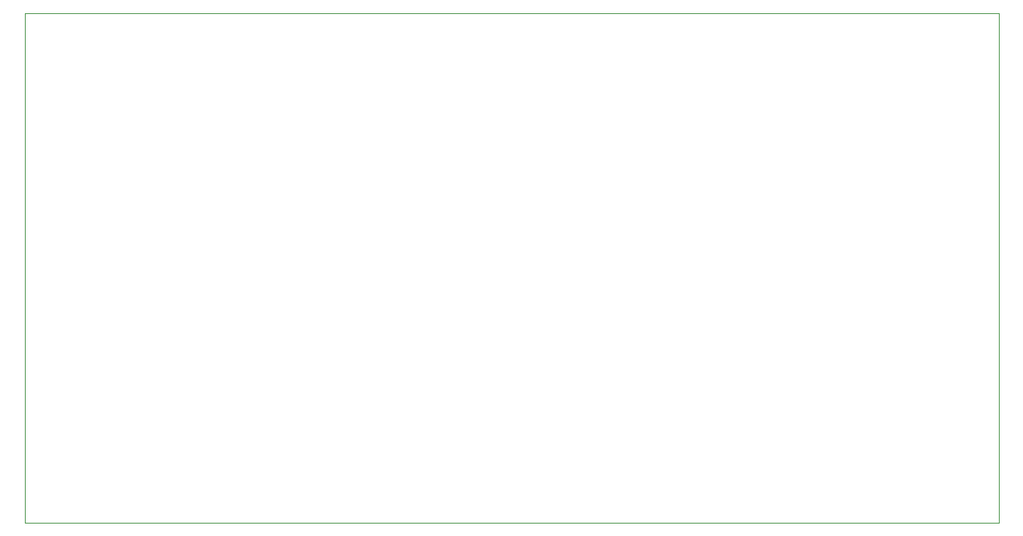
<source format=gbr>
%TF.GenerationSoftware,KiCad,Pcbnew,8.0.6*%
%TF.CreationDate,2024-11-07T17:09:19-06:00*%
%TF.ProjectId,CameraAI_PCB,43616d65-7261-4414-995f-5043422e6b69,rev?*%
%TF.SameCoordinates,Original*%
%TF.FileFunction,Profile,NP*%
%FSLAX46Y46*%
G04 Gerber Fmt 4.6, Leading zero omitted, Abs format (unit mm)*
G04 Created by KiCad (PCBNEW 8.0.6) date 2024-11-07 17:09:19*
%MOMM*%
%LPD*%
G01*
G04 APERTURE LIST*
%TA.AperFunction,Profile*%
%ADD10C,0.050000*%
%TD*%
G04 APERTURE END LIST*
D10*
X89000000Y-50000000D02*
X195000000Y-50000000D01*
X195000000Y-105500000D01*
X89000000Y-105500000D01*
X89000000Y-50000000D01*
M02*

</source>
